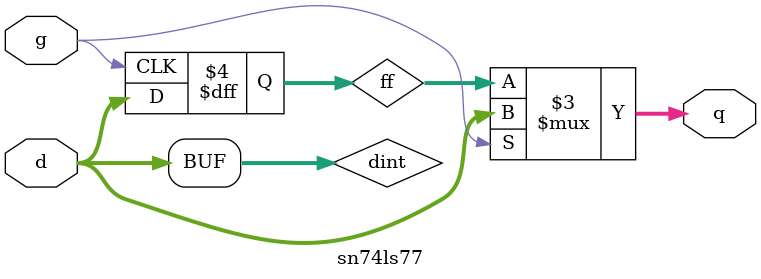
<source format=v>
module sn74ls77(q, d, g);
input [3:0] d;
input g;
output [3:0] q;
reg [3:0] ff;
wire [3:0] dint;

parameter
	// TI TTL data book Vol 1, 1985
	tPHLdq_min=0,  tPHLdq_typ=11,  tPHLdq_max=19,
	tPLHdq_min=0,  tPLHdq_typ=9,   tPLHdq_max=17,

	tPLHgq_min=0,  tPLHgq_typ=0,  tPLHgq_max=0,			// unprecise delay + tPLHdq_*/tPLHdq_*
	tPHLgq_min=0,  tPHLgq_typ=1,  tPHLgq_max=1;			// delay + tPLHdq_*/tPLHdq_*

assign #(tPLHdq_min:tPLHdq_typ:tPLHdq_max,
		 tPHLdq_min:tPHLdq_typ:tPHLdq_max)
	dint = d;

always @(negedge g)
begin
	ff <= d;
end

assign #(tPLHgq_min:tPLHgq_typ:tPLHgq_max,
		 tPHLgq_min:tPHLgq_typ:tPHLgq_max)
	q  = g==1 ? dint : ff;

endmodule

</source>
